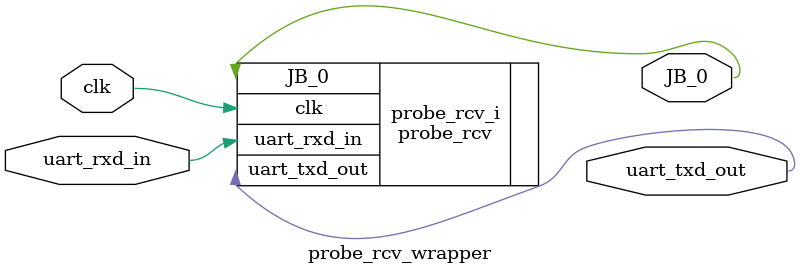
<source format=v>
`timescale 1 ps / 1 ps

module probe_rcv_wrapper
   (JB_0,
    clk,
    uart_rxd_in,
    uart_txd_out);
  output JB_0;
  input clk;
  input uart_rxd_in;
  output uart_txd_out;

  wire JB_0;
  wire clk;
  wire uart_rxd_in;
  wire uart_txd_out;

  probe_rcv probe_rcv_i
       (.JB_0(JB_0),
        .clk(clk),
        .uart_rxd_in(uart_rxd_in),
        .uart_txd_out(uart_txd_out));
endmodule

</source>
